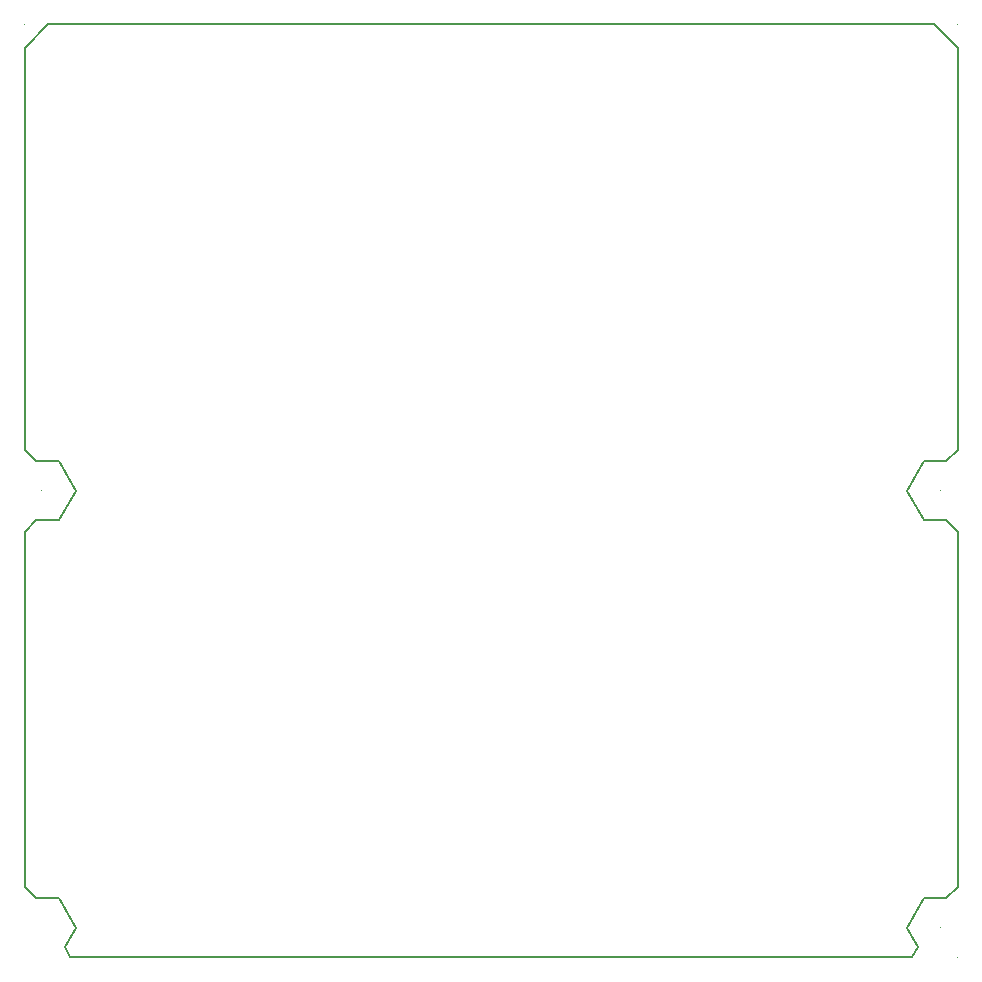
<source format=gbr>
G04 #@! TF.GenerationSoftware,KiCad,Pcbnew,9.0.3*
G04 #@! TF.CreationDate,2025-07-19T22:29:46+09:00*
G04 #@! TF.ProjectId,kleinpad,6b6c6569-6e70-4616-942e-6b696361645f,1.0*
G04 #@! TF.SameCoordinates,Original*
G04 #@! TF.FileFunction,Profile,NP*
%FSLAX46Y46*%
G04 Gerber Fmt 4.6, Leading zero omitted, Abs format (unit mm)*
G04 Created by KiCad (PCBNEW 9.0.3) date 2025-07-19 22:29:46*
%MOMM*%
%LPD*%
G01*
G04 APERTURE LIST*
G04 #@! TA.AperFunction,Profile*
%ADD10C,0.200000*%
G04 #@! TD*
G04 #@! TA.AperFunction,Profile*
%ADD11C,0.010050*%
G04 #@! TD*
G04 APERTURE END LIST*
D10*
X101275625Y-103475500D02*
X102275625Y-102475500D01*
X104162376Y-97475500D02*
X102275625Y-97475500D01*
X105162376Y-139475500D02*
X104662376Y-138609475D01*
D11*
X180280650Y-139475500D02*
G75*
G02*
X180270600Y-139475500I-5025J0D01*
G01*
X180270600Y-139475500D02*
G75*
G02*
X180280650Y-139475500I5025J0D01*
G01*
D10*
X102275625Y-102475500D02*
X104162376Y-102475500D01*
X178275625Y-60475500D02*
X103275625Y-60475500D01*
D11*
X101280650Y-60475500D02*
G75*
G02*
X101270600Y-60475500I-5025J0D01*
G01*
X101270600Y-60475500D02*
G75*
G02*
X101280650Y-60475500I5025J0D01*
G01*
D10*
X105162376Y-139475500D02*
X176388874Y-139475500D01*
D11*
X180280650Y-60475500D02*
G75*
G02*
X180270600Y-60475500I-5025J0D01*
G01*
X180270600Y-60475500D02*
G75*
G02*
X180280650Y-60475500I5025J0D01*
G01*
D10*
X102275625Y-97475500D02*
X101275625Y-96475500D01*
X179275625Y-97475500D02*
X177388874Y-97475500D01*
X175945498Y-136975500D02*
X176888874Y-138609475D01*
X180275625Y-96475500D02*
X180275625Y-62475500D01*
X180275625Y-133475500D02*
X179275625Y-134475500D01*
X101275625Y-62475500D02*
X101275625Y-96475500D01*
X180275625Y-133475500D02*
X180275625Y-103475500D01*
X177388874Y-102475500D02*
X179275625Y-102475500D01*
X104162376Y-134475500D02*
X102275625Y-134475500D01*
X104662376Y-138609475D02*
X105605752Y-136975500D01*
X176388874Y-139475500D02*
X176888874Y-138609475D01*
D11*
X178837274Y-99975500D02*
G75*
G02*
X178827224Y-99975500I-5025J0D01*
G01*
X178827224Y-99975500D02*
G75*
G02*
X178837274Y-99975500I5025J0D01*
G01*
X102724026Y-99975500D02*
G75*
G02*
X102713976Y-99975500I-5025J0D01*
G01*
X102713976Y-99975500D02*
G75*
G02*
X102724026Y-99975500I5025J0D01*
G01*
D10*
X177388874Y-97475500D02*
X175945498Y-99975500D01*
X105605752Y-136975500D02*
X104162376Y-134475500D01*
X179275625Y-134475500D02*
X177388874Y-134475500D01*
X105605752Y-99975500D02*
X104162376Y-97475500D01*
X179275625Y-102475500D02*
X180275625Y-103475500D01*
X178275625Y-60475500D02*
X180275625Y-62475500D01*
X104162376Y-102475500D02*
X105605752Y-99975500D01*
X102275625Y-134475500D02*
X101275625Y-133475500D01*
X177388874Y-134475500D02*
X175945498Y-136975500D01*
X101275625Y-103475500D02*
X101275625Y-133475500D01*
X175945498Y-99975500D02*
X177388874Y-102475500D01*
X103275625Y-60475500D02*
X101275625Y-62475500D01*
D11*
X178837274Y-136975500D02*
G75*
G02*
X178827224Y-136975500I-5025J0D01*
G01*
X178827224Y-136975500D02*
G75*
G02*
X178837274Y-136975500I5025J0D01*
G01*
D10*
X180275625Y-96475500D02*
X179275625Y-97475500D01*
M02*

</source>
